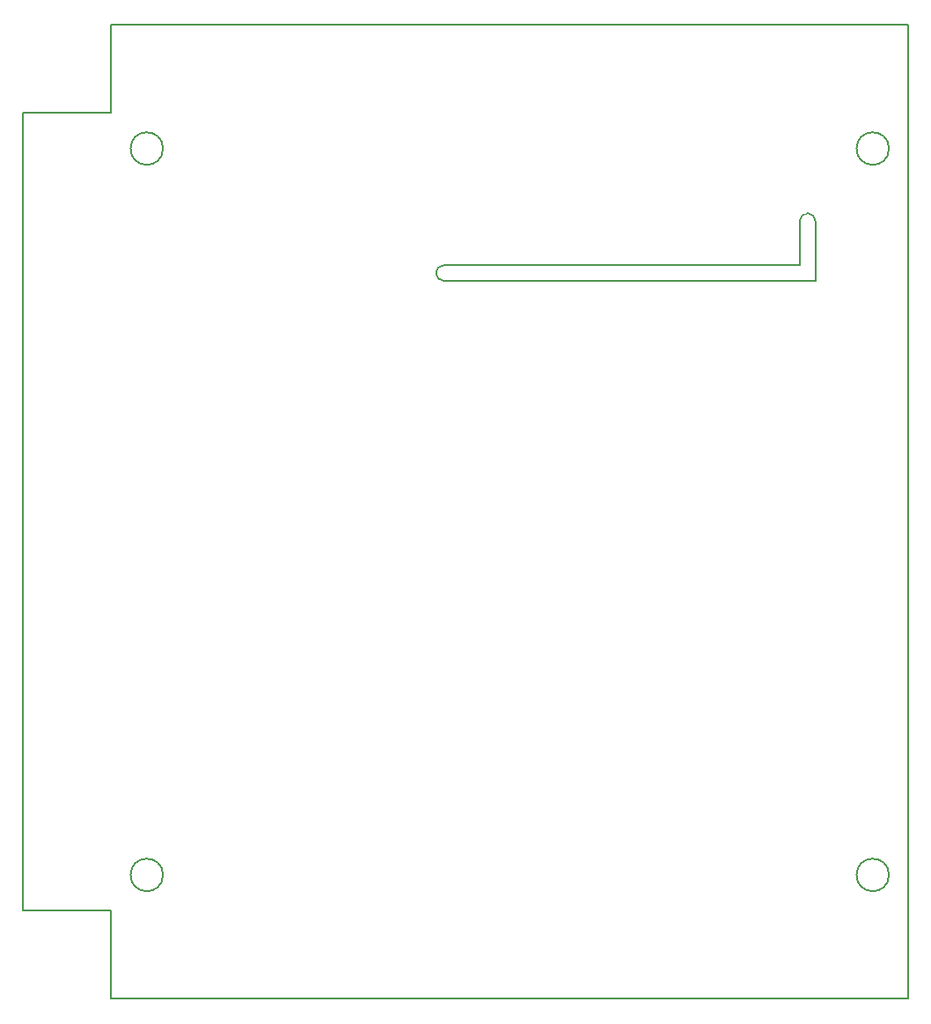
<source format=gbr>
G04 #@! TF.FileFunction,Profile,NP*
%FSLAX46Y46*%
G04 Gerber Fmt 4.6, Leading zero omitted, Abs format (unit mm)*
G04 Created by KiCad (PCBNEW 4.0.7) date Tue Aug  7 16:53:50 2018*
%MOMM*%
%LPD*%
G01*
G04 APERTURE LIST*
%ADD10C,0.100000*%
%ADD11C,0.150000*%
G04 APERTURE END LIST*
D10*
D11*
X109485100Y-148132800D02*
G75*
G03X109485100Y-148132800I-1560500J0D01*
G01*
X179335100Y-148132800D02*
G75*
G03X179335100Y-148132800I-1560500J0D01*
G01*
X179335100Y-78282800D02*
G75*
G03X179335100Y-78282800I-1560500J0D01*
G01*
X109485100Y-78282800D02*
G75*
G03X109485100Y-78282800I-1560500J0D01*
G01*
X104495600Y-66370200D02*
X142849600Y-66370200D01*
X104495600Y-74853800D02*
X104495600Y-66370200D01*
X96012000Y-74853800D02*
X104495600Y-74853800D01*
X96012000Y-151561800D02*
X96012000Y-74853800D01*
X104495600Y-151561800D02*
X96012000Y-151561800D01*
X104495600Y-160045400D02*
X104495600Y-151561800D01*
X181203600Y-160045400D02*
X104495600Y-160045400D01*
X181203600Y-66370200D02*
X181203600Y-160045400D01*
X142849600Y-66370200D02*
X181203600Y-66370200D01*
X142000000Y-91000000D02*
X136500000Y-91000000D01*
X136500000Y-89500000D02*
X142000000Y-89500000D01*
X136500000Y-89500000D02*
G75*
G03X135750000Y-90250000I0J-750000D01*
G01*
X135750000Y-90250000D02*
G75*
G03X136500000Y-91000000I750000J0D01*
G01*
X172250000Y-91000000D02*
X172250000Y-85250000D01*
X168500000Y-91000000D02*
X172250000Y-91000000D01*
X170750000Y-89500000D02*
X168500000Y-89500000D01*
X170750000Y-85250000D02*
X170750000Y-89500000D01*
X171500000Y-84500000D02*
G75*
G03X170750000Y-85250000I0J-750000D01*
G01*
X172250000Y-85250000D02*
G75*
G03X171500000Y-84500000I-750000J0D01*
G01*
X142000000Y-89500000D02*
X168500000Y-89500000D01*
X142000000Y-91000000D02*
X168500000Y-91000000D01*
M02*

</source>
